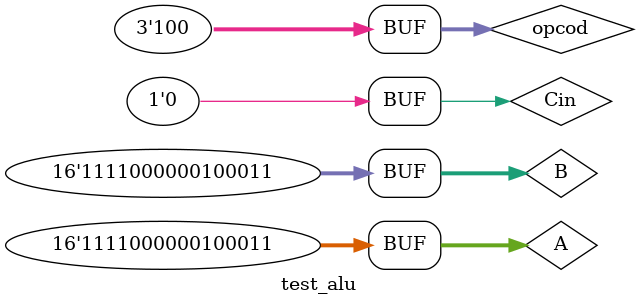
<source format=v>
`timescale 1ns / 1ps


module test_alu;

	// Inputs
	reg [15:0] A;
	reg [15:0] B;
	reg Cin;
	reg [2:0] opcod;

	// Outputs
	wire [15:0] OUT;
	wire Cout;
	wire overflow;
	wire lt;
	wire gt;
	wire eq;

	// Instantiate the Unit Under Test (UUT)
	alu uut (
		.A(A), 
		.B(B), 
		.Cin(Cin), 
		.opcod(opcod), 
		.OUT(OUT), 
		.Cout(Cout), 
		.overflow(overflow), 
		.lt(lt), 
		.gt(gt), 
		.eq(eq)
	);

	initial begin
		// Initialize Inputs
		A = 16'b0000100100010010;
		B = 16'b1111000000100011;
		Cin = 0;
		opcod = 3'b001;

		// Wait 100 ns for global reset to finish
		#100;
        
		// Add stimulus here
		#100; opcod = 3'b010;
		#100; opcod = 3'b011;
		#100; opcod = 3'b100;
		#100; A=16'b1111000000100011;
		
	end
      
endmodule


</source>
